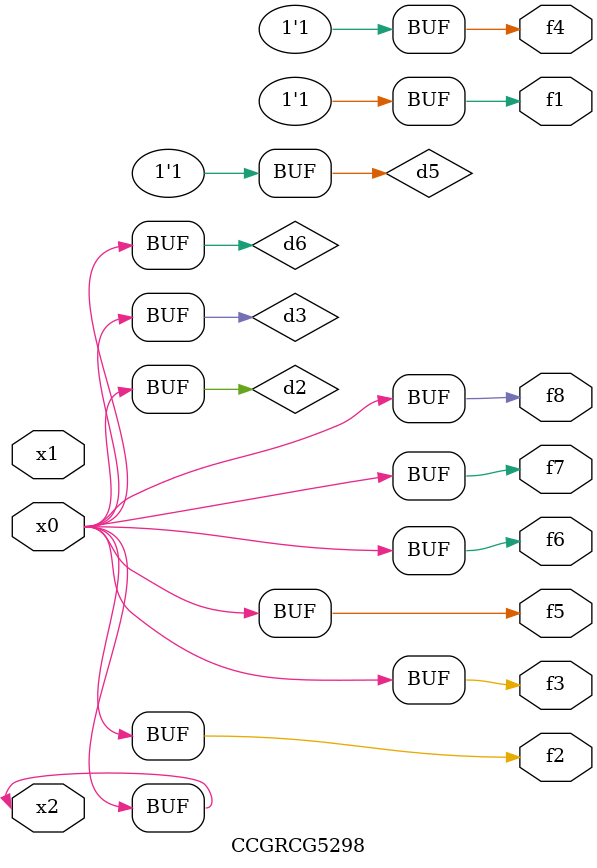
<source format=v>
module CCGRCG5298(
	input x0, x1, x2,
	output f1, f2, f3, f4, f5, f6, f7, f8
);

	wire d1, d2, d3, d4, d5, d6;

	xnor (d1, x2);
	buf (d2, x0, x2);
	and (d3, x0);
	xnor (d4, x1, x2);
	nand (d5, d1, d3);
	buf (d6, d2, d3);
	assign f1 = d5;
	assign f2 = d6;
	assign f3 = d6;
	assign f4 = d5;
	assign f5 = d6;
	assign f6 = d6;
	assign f7 = d6;
	assign f8 = d6;
endmodule

</source>
